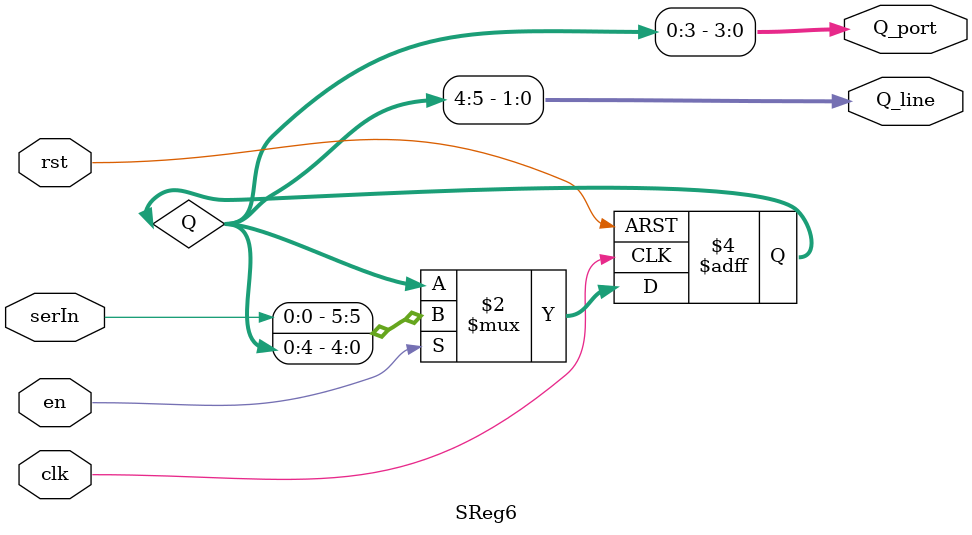
<source format=sv>
`timescale 1ns/1ns
module SReg6 (input en, input serIn, input clk, input rst, output logic [0:3] Q_port , output logic [0:1] Q_line);
  logic [0:5] Q;
  always @ (negedge clk, posedge rst) begin
    #145;
    if (rst) Q <= 5'b00000;
    else
      if (en) Q <= {serIn, Q[0:4]};
  end
  
  assign Q_port = Q[0:3];
  assign Q_line = Q[4:5];
  
endmodule

</source>
